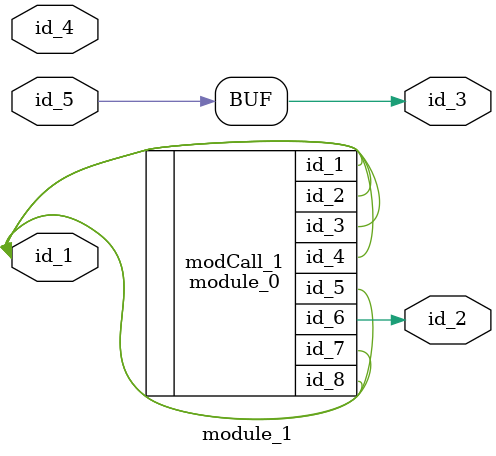
<source format=v>
module module_0 (
    id_1,
    id_2,
    id_3,
    id_4,
    id_5,
    id_6,
    id_7,
    id_8
);
  inout wire id_8;
  inout wire id_7;
  output wire id_6;
  output wire id_5;
  inout wire id_4;
  inout wire id_3;
  inout wire id_2;
  inout wire id_1;
  assign id_5 = id_1;
endmodule
module module_1 (
    id_1,
    id_2,
    id_3,
    id_4,
    id_5
);
  input wire id_5;
  input wire id_4;
  output wire id_3;
  output wire id_2;
  inout wire id_1;
  assign id_3 = id_5;
  module_0 modCall_1 (
      id_1,
      id_1,
      id_1,
      id_1,
      id_1,
      id_2,
      id_1,
      id_1
  );
endmodule

</source>
